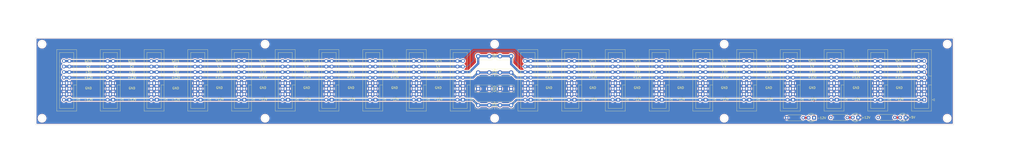
<source format=kicad_pcb>
(kicad_pcb (version 20221018) (generator pcbnew)
  (layers (0 "F.Cu" signal) (31 "B.Cu" signal) (34 "B.Paste" user) (35 "F.Paste" user) (36 "B.SilkS" user "B.Silkscreen") (37 "F.SilkS" user "F.Silkscreen") (38 "B.Mask" user) (39 "F.Mask" user) (44 "Edge.Cuts" user))
  (net 0 "")
  (net 1 "GND")
  (net 2 "Net-(D1-A)")
  (net 3 "Net-(D2-A)")
  (net 4 "-12V")
  (net 5 "Net-(D3-A)")
  (net 6 "+12V")
  (net 7 "+5V")
  (net 8 "CV")
  (net 9 "GATE")
  (footprint "Connector_IDC:IDC-Header_2x08_P2.54mm_Vertical" (layer "F.Cu") (at 225.72 209.44 180)
    (fp_text reference "J15" hide)
    (fp_text value "Conn_02x08_Odd_Even")
  )
  (footprint "Connector_IDC:IDC-Header_2x08_P2.54mm_Vertical" (layer "F.Cu") (at 125.72 209.44 180)
    (fp_text reference "J20" hide)
    (fp_text value "Conn_02x08_Odd_Even")
  )
  (footprint "Connector_IDC:IDC-Header_2x08_P2.54mm_Vertical" (layer "F.Cu") (at 165.72 209.44 180)
    (fp_text reference "J18" hide)
    (fp_text value "Conn_02x08_Odd_Even")
  )
  (footprint "AlexCustom:SPADE" (layer "F.Cu") (at 305.22 196.94 90)
    (fp_text reference "J21" hide)
    (fp_text value "Conn_01x01")
  )
  (footprint "LED_THT:LED_D3.0mm" (layer "F.Cu") (at 446.335 217.69 180)
    (fp_text reference "D3" hide)
    (fp_text value "LED")
  )
  (footprint "AlexCustom:SPADE" (layer "F.Cu") (at 305.22 204.44 90)
    (fp_text reference "J22" hide)
    (fp_text value "Conn_01x01")
  )
  (footprint "Connector_IDC:IDC-Header_2x08_P2.54mm_Vertical" (layer "F.Cu") (at 245.72 209.44 180)
    (fp_text reference "J14" hide)
    (fp_text value "Conn_02x08_Odd_Even")
  )
  (footprint "Connector_IDC:IDC-Header_2x08_P2.54mm_Vertical" (layer "F.Cu") (at 416.72 209.44 180)
    (fp_text reference "J6" hide)
    (fp_text value "Conn_02x08_Odd_Even")
  )
  (footprint "Connector_IDC:IDC-Header_2x08_P2.54mm_Vertical" (layer "F.Cu") (at 376.72 209.44 180)
    (fp_text reference "J8" hide)
    (fp_text value "Conn_02x08_Odd_Even")
  )
  (footprint "Connector_IDC:IDC-Header_2x08_P2.54mm_Vertical" (layer "F.Cu") (at 476.72 209.44 180)
    (fp_text reference "J3" hide)
    (fp_text value "Conn_02x08_Odd_Even")
  )
  (footprint "AlexCustom:SPADE" (layer "F.Cu") (at 295.22 189.44 90)
    (fp_text reference "J32" hide)
    (fp_text value "Conn_01x01")
  )
  (footprint "Connector_IDC:IDC-Header_2x08_P2.54mm_Vertical" (layer "F.Cu") (at 145.72 209.44 180)
    (fp_text reference "J19" hide)
    (fp_text value "Conn_02x08_Odd_Even")
  )
  (footprint "Connector_IDC:IDC-Header_2x08_P2.54mm_Vertical" (layer "F.Cu") (at 285.72 209.44 180)
    (fp_text reference "J12" hide)
    (fp_text value "Conn_02x08_Odd_Even")
  )
  (footprint "LED_THT:LED_D3.0mm" (layer "F.Cu") (at 488.245 217.59 180)
    (fp_text reference "D2" hide)
    (fp_text value "LED")
  )
  (footprint "LED_THT:LED_D3.0mm" (layer "F.Cu") (at 466.535 217.59 180)
    (fp_text reference "D1" hide)
    (fp_text value "LED")
  )
  (footprint "AlexCustom:SPADE" (layer "F.Cu") (at 295.22 196.94 90)
    (fp_text reference "J31" hide)
    (fp_text value "Conn_01x01")
  )
  (footprint "Connector_IDC:IDC-Header_2x08_P2.54mm_Vertical" (layer "F.Cu") (at 396.72 209.44 180)
    (fp_text reference "J7" hide)
    (fp_text value "Conn_02x08_Odd_Even")
  )
  (footprint "Connector_IDC:IDC-Header_2x08_P2.54mm_Vertical" (layer "F.Cu") (at 336.72 209.44 180)
    (fp_text reference "J10" hide)
    (fp_text value "Conn_02x08_Odd_Even")
  )
  (footprint "Connector_IDC:IDC-Header_2x08_P2.54mm_Vertical" (layer "F.Cu") (at 436.72 209.44 180)
    (fp_text reference "J5" hide)
    (fp_text value "Conn_02x08_Odd_Even")
  )
  (footprint "Connector_IDC:IDC-Header_2x08_P2.54mm_Vertical" (layer "F.Cu") (at 205.72 209.44 180)
    (fp_text reference "J16" hide)
    (fp_text value "Conn_02x08_Odd_Even")
  )
  (footprint "Connector_IDC:IDC-Header_2x08_P2.54mm_Vertical" (layer "F.Cu") (at 265.72 209.44 180)
    (fp_text reference "J13" hide)
    (fp_text value "Conn_02x08_Odd_Even")
  )
  (footprint "Resistor_THT:R_Axial_DIN0207_L6.3mm_D2.5mm_P7.62mm_Horizontal" (layer "F.Cu") (at 475.66 217.59)
    (fp_text reference "R2" hide)
    (fp_text value "2.2k")
  )
  (footprint "Resistor_THT:R_Axial_DIN0207_L6.3mm_D2.5mm_P7.62mm_Horizontal" (layer "F.Cu") (at 433.76 217.69)
    (fp_text reference "R3" hide)
    (fp_text value "4.7k")
  )
  (footprint "AlexCustom:SPADE" (layer "F.Cu") (at 295.22 204.44 90)
    (fp_text reference "J28" hide)
    (fp_text value "Conn_01x01")
  )
  (footprint "Connector_IDC:IDC-Header_2x08_P2.54mm_Vertical" (layer "F.Cu") (at 456.72 209.44 180)
    (fp_text reference "J4" hide)
    (fp_text value "Conn_02x08_Odd_Even")
  )
  (footprint "Connector_IDC:IDC-Header_2x08_P2.54mm_Vertical" (layer "F.Cu") (at 105.72 209.44 180)
    (fp_text reference "J1" hide)
    (fp_text value "Conn_02x08_Odd_Even")
  )
  (footprint "AlexCustom:SPADE" (layer "F.Cu") (at 305.22 211.94 90)
    (fp_text reference "J26" hide)
    (fp_text value "Conn_01x01")
  )
  (footprint "AlexCustom:SPADE" (layer "F.Cu") (at 295.22 211.94 90)
    (fp_text reference "J27" hide)
    (fp_text value "Conn_01x01")
  )
  (footprint "Connector_IDC:IDC-Header_2x08_P2.54mm_Vertical" (layer "F.Cu") (at 496.72 209.44 180)
    (fp_text reference "J2" hide)
    (fp_text value "Conn_02x08_Odd_Even")
  )
  (footprint "Connector_IDC:IDC-Header_2x08_P2.54mm_Vertical" (layer "F.Cu") (at 356.72 209.44 180)
    (fp_text reference "J9" hide)
    (fp_text value "Conn_02x08_Odd_Even")
  )
  (footprint "AlexCustom:SPADE" (layer "F.Cu") (at 305.22 189.44 90)
    (fp_text reference "J23" hide)
    (fp_text value "Conn_01x01")
  )
  (footprint "Resistor_THT:R_Axial_DIN0207_L6.3mm_D2.5mm_P7.62mm_Horizontal" (layer "F.Cu") (at 453.95 217.59)
    (fp_text reference "R1" hide)
    (fp_text value "4.7k")
  )
  (footprint "Connector_IDC:IDC-Header_2x08_P2.54mm_Vertical" (layer "F.Cu") (at 185.72 209.44 180)
    (fp_text reference "J17" hide)
    (fp_text value "Conn_02x08_Odd_Even")
  )
  (footprint "Connector_IDC:IDC-Header_2x08_P2.54mm_Vertical" (layer "F.Cu") (at 316.72 209.44 180)
    (fp_text reference "J11" hide)
    (fp_text value "Conn_02x08_Odd_Even")
  )
  (gr_circle (center 507.22 217.94) (end 508.77 217.94) (stroke (width 0.1)) (fill none) (layer "Edge.Cuts"))
  (gr_circle (center 300.22 183.94) (end 301.77 183.94) (stroke (width 0.1)) (fill none) (layer "Edge.Cuts"))
  (gr_circle (center 195.22 183.94) (end 196.77 183.94) (stroke (width 0.1)) (fill none) (layer "Edge.Cuts"))
  (gr_circle (center 507.22 183.94) (end 508.77 183.94) (stroke (width 0.1)) (fill none) (layer "Edge.Cuts"))
  (gr_circle (center 405.22 183.94) (end 406.77 183.94) (stroke (width 0.1)) (fill none) (layer "Edge.Cuts"))
  (gr_circle (center 405.22 217.94) (end 406.77 217.94) (stroke (width 0.1)) (fill none) (layer "Edge.Cuts"))
  (gr_circle (center 195.22 217.94) (end 196.77 217.94) (stroke (width 0.1)) (fill none) (layer "Edge.Cuts"))
  (gr_rect (start 90.22 180.94) (end 510.22 220.94) (stroke (width 0.1)) (fill none) (layer "Edge.Cuts"))
  (gr_circle (center 93.22 183.94) (end 94.77 183.94) (stroke (width 0.1)) (fill none) (layer "Edge.Cuts"))
  (gr_circle (center 300.22 217.94) (end 301.77 217.94) (stroke (width 0.1)) (fill none) (layer "Edge.Cuts"))
  (gr_circle (center 93.22 217.94) (end 94.77 217.94) (stroke (width 0.1)) (fill none) (layer "Edge.Cuts"))
  (gr_text "CV" (at 214.245 194.62) (layer "F.SilkS") (effects (font (size 1 1)) (justify bottom)))
  (gr_text "+5V" (at 234.545 197.12) (layer "F.SilkS") (effects (font (size 1 1)) (justify bottom)))
  (gr_text "+5V" (at 114.445 197.32) (layer "F.SilkS") (effects (font (size 1 1)) (justify bottom)))
  (gr_text "GATE" (at 114.445 192.22) (layer "F.SilkS") (effects (font (size 1 1)) (justify bottom)))
  (gr_text "CV" (at 154.345 194.82) (layer "F.SilkS") (effects (font (size 1 1)) (justify bottom)))
  (gr_text "CV" (at 134.345 194.82) (layer "F.SilkS") (effects (font (size 1 1)) (justify bottom)))
  (gr_text "-12V" (at 365.395 209.82) (layer "F.SilkS") (effects (font (size 1 1)) (justify bottom)))
  (gr_text "+5V" (at 465.495 197.12) (layer "F.SilkS") (effects (font (size 1 1)) (justify bottom)))
  (gr_text "GATE" (at 465.495 192.02) (layer "F.SilkS") (effects (font (size 1 1)) (justify bottom)))
  (gr_text "-12V" (at 114.445 210.02) (layer "F.SilkS") (effects (font (size 1 1)) (justify bottom)))
  (gr_text "GND" (at 405.295 204.52) (layer "F.SilkS") (effects (font (size 1 1)) (justify bottom)))
  (gr_text "GND" (at 300.82 204.415 90) (layer "F.SilkS") (effects (font (size 1 1)) (justify bottom)))
  (gr_text "GATE" (at 425.595 192.02) (layer "F.SilkS") (effects (font (size 1 1)) (justify bottom)))
  (gr_text "CV" (at 485.295 194.62) (layer "F.SilkS") (effects (font (size 1 1)) (justify bottom)))
  (gr_text "GND" (at 154.345 204.72) (layer "F.SilkS") (effects (font (size 1 1)) (justify bottom)))
  (gr_text "+12V" (at 274.445 199.62) (layer "F.SilkS") (effects (font (size 1 1)) (justify bottom)))
  (gr_text "CV" (at 174.345 194.62) (layer "F.SilkS") (effects (font (size 1 1)) (justify bottom)))
  (gr_text "-12V" (at 154.345 210.02) (layer "F.SilkS") (effects (font (size 1 1)) (justify bottom)))
  (gr_text "GATE" (at 445.495 192.02) (layer "F.SilkS") (effects (font (size 1 1)) (justify bottom)))
  (gr_text "CV" (at 234.545 194.62) (layer "F.SilkS") (effects (font (size 1 1)) (justify bottom)))
  (gr_text "+12V" (at 300.845 197.015 90) (layer "F.SilkS") (effects (font (size 1 1)) (justify bottom)))
  (gr_text "GND" (at 325.095 204.52) (layer "F.SilkS") (effects (font (size 1 1)) (justify bottom)))
  (gr_text "+12V" (at 385.295 199.62) (layer "F.SilkS") (effects (font (size 1 1)) (justify bottom)))
  (gr_text "GATE" (at 345.095 192.02) (layer "F.SilkS") (effects (font (size 1 1)) (justify bottom)))
  (gr_text "GND" (at 485.295 204.52) (layer "F.SilkS") (effects (font (size 1 1)) (justify bottom)))
  (gr_text "GND" (at 234.545 204.52) (layer "F.SilkS") (effects (font (size 1 1)) (justify bottom)))
  (gr_text "CV" (at 385.295 194.62) (layer "F.SilkS") (effects (font (size 1 1)) (justify bottom)))
  (gr_text "GND" (at 425.595 204.52) (layer "F.SilkS") (effects (font (size 1 1)) (justify bottom)))
  (gr_text "+12V" (at 114.445 199.82) (layer "F.SilkS") (effects (font (size 1 1)) (justify bottom)))
  (gr_text "CV" (at 445.495 194.62) (layer "F.SilkS") (effects (font (size 1 1)) (justify bottom)))
  (gr_text "+12V" (at 174.345 199.62) (layer "F.SilkS") (effects (font (size 1 1)) (justify bottom)))
  (gr_text "GND" (at 174.345 204.52) (layer "F.SilkS") (effects (font (size 1 1)) (justify bottom)))
  (gr_text "-12V" (at 134.345 210.02) (layer "F.SilkS") (effects (font (size 1 1)) (justify bottom)))
  (gr_text "+5V" (at 174.345 197.12) (layer "F.SilkS") (effects (font (size 1 1)) (justify bottom)))
  (gr_text "+5V" (at 194.245 197.12) (layer "F.SilkS") (effects (font (size 1 1)) (justify bottom)))
  (gr_text "GND" (at 194.245 204.52) (layer "F.SilkS") (effects (font (size 1 1)) (justify bottom)))
  (gr_text "+5V" (at 154.345 197.32) (layer "F.SilkS") (effects (font (size 1 1)) (justify bottom)))
  (gr_text "GATE" (at 385.295 192.02) (layer "F.SilkS") (effects (font (size 1 1)) (justify bottom)))
  (gr_text "-12V" (at 174.345 209.82) (layer "F.SilkS") (effects (font (size 1 1)) (justify bottom)))
  (gr_text "GND" (at 134.345 204.72) (layer "F.SilkS") (effects (font (size 1 1)) (justify bottom)))
  (gr_text "+12V" (at 234.545 199.62) (layer "F.SilkS") (effects (font (size 1 1)) (justify bottom)))
  (gr_text "+12V" (at 445.495 199.62) (layer "F.SilkS") (effects (font (size 1 1)) (justify bottom)))
  (gr_text "GND" (at 214.245 204.52) (layer "F.SilkS") (effects (font (size 1 1)) (justify bottom)))
  (gr_text "+12V" (at 470.06 218.19) (layer "F.SilkS") (effects (font (size 1 1)) (justify bottom)))
  (gr_text "CV" (at 465.495 194.62) (layer "F.SilkS") (effects (font (size 1 1)) (justify bottom)))
  (gr_text "GATE" (at 214.245 192.02) (layer "F.SilkS") (effects (font (size 1 1)) (justify bottom)))
  (gr_text "+5V" (at 425.595 197.12) (layer "F.SilkS") (effects (font (size 1 1)) (justify bottom)))
  (gr_text "CV" (at 345.095 194.62) (layer "F.SilkS") (effects (font (size 1 1)) (justify bottom)))
  (gr_text "-12V" (at 194.245 209.82) (layer "F.SilkS") (effects (font (size 1 1)) (justify bottom)))
  (gr_text "GATE" (at 234.545 192.02) (layer "F.SilkS") (effects (font (size 1 1)) (justify bottom)))
  (gr_text "GATE" (at 274.445 192.02) (layer "F.SilkS") (effects (font (size 1 1)) (justify bottom)))
  (gr_text "-12V" (at 449.77 218.39) (layer "F.SilkS") (effects (font (size 1 1)) (justify bottom)))
  (gr_text "-12V" (at 325.095 209.82) (layer "F.SilkS") (effects (font (size 1 1)) (justify bottom)))
  (gr_text "+12V" (at 134.345 199.82) (layer "F.SilkS") (effects (font (size 1 1)) (justify bottom)))
  (gr_text "CV" (at 405.295 194.62) (layer "F.SilkS") (effects (font (size 1 1)) (justify bottom)))
  (gr_text "-12V" (at 254.445 209.82) (layer "F.SilkS") (effects (font (size 1 1)) (justify bottom)))
  (gr_text "+5V" (at 345.095 197.12) (layer "F.SilkS") (effects (font (size 1 1)) (justify bottom)))
  (gr_text "CV" (at 325.095 194.62) (layer "F.SilkS") (effects (font (size 1 1)) (justify bottom)))
  (gr_text "GATE" (at 365.395 192.02) (layer "F.SilkS") (effects (font (size 1 1)) (justify bottom)))
  (gr_text "+12V" (at 485.295 199.62) (layer "F.SilkS") (effects (font (size 1 1)) (justify bottom)))
  (gr_text "-12V" (at 214.245 209.82) (layer "F.SilkS") (effects (font (size 1 1)) (justify bottom)))
  (gr_text "GND" (at 465.495 204.52) (layer "F.SilkS") (effects (font (size 1 1)) (justify bottom)))
  (gr_text "-12V" (at 465.495 209.82) (layer "F.SilkS") (effects (font (size 1 1)) (justify bottom)))
  (gr_text "GATE" (at 485.295 192.02) (layer "F.SilkS") (effects (font (size 1 1)) (justify bottom)))
  (gr_text "+5V" (at 254.445 197.12) (layer "F.SilkS") (effects (font (size 1 1)) (justify bottom)))
  (gr_text "+5V" (at 445.495 197.12) (layer "F.SilkS") (effects (font (size 1 1)) (justify bottom)))
  (gr_text "GND" (at 254.445 204.52) (layer "F.SilkS") (effects (font (size 1 1)) (justify bottom)))
  (gr_text "CV" (at 114.445 194.82) (layer "F.SilkS") (effects (font (size 1 1)) (justify bottom)))
  (gr_text "+5V" (at 134.345 197.32) (layer "F.SilkS") (effects (font (size 1 1)) (justify bottom)))
  (gr_text "GND" (at 114.445 204.72) (layer "F.SilkS") (effects (font (size 1 1)) (justify bottom)))
  (gr_text "+12V" (at 465.495 199.62) (layer "F.SilkS") (effects (font (size 1 1)) (justify bottom)))
  (gr_text "GATE" (at 405.295 192.02) (layer "F.SilkS") (effects (font (size 1 1)) (justify bottom)))
  (gr_text "-12V" (at 234.545 209.82) (layer "F.SilkS") (effects (font (size 1 1)) (justify bottom)))
  (gr_text "GATE" (at 194.245 192.02) (layer "F.SilkS") (effects (font (size 1 1)) (justify bottom)))
  (gr_text "+5V" (at 300.795 189.465 90) (layer "F.SilkS") (effects (font (size 1 1)) (justify bottom)))
  (gr_text "GATE" (at 154.345 192.22) (layer "F.SilkS") (effects (font (size 1 1)) (justify bottom)))
  (gr_text "+5V" (at 214.245 197.12) (layer "F.SilkS") (effects (font (size 1 1)) (justify bottom)))
  (gr_text "+5V" (at 365.395 197.12) (layer "F.SilkS") (effects (font (size 1 1)) (justify bottom)))
  (gr_text "CV" (at 425.595 194.62) (layer "F.SilkS") (effects (font (size 1 1)) (justify bottom)))
  (gr_text "+12V" (at 194.245 199.62) (layer "F.SilkS") (effects (font (size 1 1)) (justify bottom)))
  (gr_text "-12V" (at 485.295 209.82) (layer "F.SilkS") (effects (font (size 1 1)) (justify bottom)))
  (gr_text "GATE" (at 174.345 192.02) (layer "F.SilkS") (effects (font (size 1 1)) (justify bottom)))
  (gr_text "-12V" (at 445.495 209.82) (layer "F.SilkS") (effects (font (size 1 1)) (justify bottom)))
  (gr_text "+12V" (at 325.095 199.62) (layer "F.SilkS") (effects (font (size 1 1)) (justify bottom)))
  (gr_text "+5V" (at 385.295 197.12) (layer "F.SilkS") (effects (font (size 1 1)) (justify bottom)))
  (gr_text "-12V" (at 345.095 209.82) (layer "F.SilkS") (effects (font (size 1 1)) (justify bottom)))
  (gr_text "+5V" (at 274.445 197.12) (layer "F.SilkS") (effects (font (size 1 1)) (justify bottom)))
  (gr_text "+12V" (at 154.345 199.82) (layer "F.SilkS") (effects (font (size 1 1)) (justify bottom)))
  (gr_text "GND" (at 274.445 204.52) (layer "F.SilkS") (effects (font (size 1 1)) (justify bottom)))
  (gr_text "-12V" (at 274.445 209.82) (layer "F.SilkS") (effects (font (size 1 1)) (justify bottom)))
  (gr_text "-12V" (at 385.295 209.82) (layer "F.SilkS") (effects (font (size 1 1)) (justify bottom)))
  (gr_text "+5V" (at 491.07 218.09) (layer "F.SilkS") (effects (font (size 1 1)) (justify bottom)))
  (gr_text "CV" (at 274.445 194.62) (layer "F.SilkS") (effects (font (size 1 1)) (justify bottom)))
  (gr_text "+5V" (at 485.295 197.12) (layer "F.SilkS") (effects (font (size 1 1)) (justify bottom)))
  (gr_text "+12V" (at 425.595 199.62) (layer "F.SilkS") (effects (font (size 1 1)) (justify bottom)))
  (gr_text "-12V" (at 405.295 209.82) (layer "F.SilkS") (effects (font (size 1 1)) (justify bottom)))
  (gr_text "CV" (at 254.445 194.62) (layer "F.SilkS") (effects (font (size 1 1)) (justify bottom)))
  (gr_text "CV" (at 365.395 194.62) (layer "F.SilkS") (effects (font (size 1 1)) (justify bottom)))
  (gr_text "GND" (at 385.295 204.52) (layer "F.SilkS") (effects (font (size 1 1)) (justify bottom)))
  (gr_text "+5V" (at 325.095 197.12) (layer "F.SilkS") (effects (font (size 1 1)) (justify bottom)))
  (gr_text "GND" (at 445.495 204.52) (layer "F.SilkS") (effects (font (size 1 1)) (justify bottom)))
  (gr_text "+12V" (at 214.245 199.62) (layer "F.SilkS") (effects (font (size 1 1)) (justify bottom)))
  (gr_text "GND" (at 365.395 204.52) (layer "F.SilkS") (effects (font (size 1 1)) (justify bottom)))
  (gr_text "+12V" (at 345.095 199.62) (layer "F.SilkS") (effects (font (size 1 1)) (justify bottom)))
  (gr_text "+5V" (at 405.295 197.12) (layer "F.SilkS") (effects (font (size 1 1)) (justify bottom)))
  (gr_text "GND" (at 345.095 204.52) (layer "F.SilkS") (effects (font (size 1 1)) (justify bottom)))
  (gr_text "+12V" (at 405.295 199.62) (layer "F.SilkS") (effects (font (size 1 1)) (justify bottom)))
  (gr_text "CV" (at 194.245 194.62) (layer "F.SilkS") (effects (font (size 1 1)) (justify bottom)))
  (gr_text "-12V" (at 425.595 209.82) (layer "F.SilkS") (effects (font (size 1 1)) (justify bottom)))
  (gr_text "GATE" (at 325.095 192.02) (layer "F.SilkS") (effects (font (size 1 1)) (justify bottom)))
  (gr_text "+12V" (at 365.395 199.62) (layer "F.SilkS") (effects (font (size 1 1)) (justify bottom)))
  (gr_text "GATE" (at 134.345 192.22) (layer "F.SilkS") (effects (font (size 1 1)) (justify bottom)))
  (gr_text "GATE" (at 254.445 192.02) (layer "F.SilkS") (effects (font (size 1 1)) (justify bottom)))
  (gr_text "-12V" (at 300.795 212.09 90) (layer "F.SilkS") (effects (font (size 1 1)) (justify bottom)))
  (gr_text "+12V" (at 254.445 199.62) (layer "F.SilkS") (effects (font (size 1 1)) (justify bottom)))
  (segment (start 463.995 217.59) (end 461.57 217.59) (width 1) (layer "F.Cu") (net 2))
  (segment (start 485.705 217.59) (end 483.28 217.59) (width 1) (layer "F.Cu") (net 3))
  (segment (start 446.37 209.44) (end 496.72 209.44) (width 1) (layer "F.Cu") (net 4))
  (segment (start 446.335 217.69) (end 446.335 209.475) (width 0.25) (layer "F.Cu") (net 4))
  (segment (start 292.68 211.94) (end 307.76 211.94) (width 1) (layer "F.Cu") (net 4))
  (segment (start 314.18 209.44) (end 310.26 209.44) (width 1) (layer "F.Cu") (net 4))
  (segment (start 310.26 209.44) (end 307.76 211.94) (width 1) (layer "F.Cu") (net 4))
  (segment (start 103.18 209.44) (end 285.72 209.44) (width 1) (layer "F.Cu") (net 4))
  (segment (start 290.18 209.44) (end 292.68 211.94) (width 1) (layer "F.Cu") (net 4))
  (segment (start 446.335 209.475) (end 446.37 209.44) (width 0.25) (layer "F.Cu") (net 4))
  (segment (start 285.72 209.44) (end 290.18 209.44) (width 1) (layer "F.Cu") (net 4))
  (segment (start 314.18 209.44) (end 446.37 209.44) (width 1) (layer "F.Cu") (net 4))
  (segment (start 314.18 209.44) (end 310.26 209.44) (width 1) (layer "B.Cu") (net 4))
  (segment (start 496.72 209.44) (end 314.18 209.44) (width 1) (layer "B.Cu") (net 4))
  (segment (start 290.18 209.44) (end 292.68 211.94) (width 1) (layer "B.Cu") (net 4))
  (segment (start 310.26 209.44) (end 307.76 211.94) (width 1) (layer "B.Cu") (net 4))
  (segment (start 285.72 209.44) (end 103.18 209.44) (width 1) (layer "B.Cu") (net 4))
  (segment (start 285.72 209.44) (end 290.18 209.44) (width 1) (layer "B.Cu") (net 4))
  (segment (start 307.76 211.94) (end 292.68 211.94) (width 1) (layer "B.Cu") (net 4))
  (segment (start 443.795 217.69) (end 441.38 217.69) (width 1) (layer "F.Cu") (net 5))
  (segment (start 496.785 199.28) (end 496.72 199.28) (width 0.25) (layer "F.Cu") (net 6))
  (segment (start 285.72 199.28) (end 103.18 199.28) (width 1) (layer "F.Cu") (net 6))
  (segment (start 457.775 213.765) (end 497.595 213.765) (width 0.25) (layer "F.Cu") (net 6))
  (segment (start 310.1 199.28) (end 307.76 196.94) (width 1) (layer "F.Cu") (net 6))
  (segment (start 290.34 199.28) (end 285.72 199.28) (width 1) (layer "F.Cu") (net 6))
  (segment (start 499.345 212.015) (end 499.345 201.84) (width 0.25) (layer "F.Cu") (net 6))
  (segment (start 453.95 217.59) (end 457.775 213.765) (width 0.25) (layer "F.Cu") (net 6))
  (segment (start 496.72 199.28) (end 314.18 199.28) (width 1) (layer "F.Cu") (net 6))
  (segment (start 314.18 199.28) (end 310.1 199.28) (width 1) (layer "F.Cu") (net 6))
  (segment (start 292.68 196.94) (end 290.34 199.28) (width 1) (layer "F.Cu") (net 6))
  (segment (start 499.345 201.84) (end 496.785 199.28) (width 0.25) (layer "F.Cu") (net 6))
  (segment (start 497.595 213.765) (end 499.345 212.015) (width 0.25) (layer "F.Cu") (net 6))
  (segment (start 307.76 196.94) (end 292.68 196.94) (width 1) (layer "F.Cu") (net 6))
  (segment (start 285.72 199.28) (end 290.34 199.28) (width 1) (layer "B.Cu") (net 6))
  (segment (start 290.34 199.28) (end 292.68 196.94) (width 1) (layer "B.Cu") (net 6))
  (segment (start 314.18 199.28) (end 310.1 199.28) (width 1) (layer "B.Cu") (net 6))
  (segment (start 285.72 199.28) (end 103.18 199.28) (width 1) (layer "B.Cu") (net 6))
  (segment (start 310.1 199.28) (end 307.76 196.94) (width 1) (layer "B.Cu") (net 6))
  (segment (start 307.76 196.94) (end 292.68 196.94) (width 1) (layer "B.Cu") (net 6))
  (segment (start 496.72 199.28) (end 314.18 199.28) (width 1) (layer "B.Cu") (net 6))
  (segment (start 311.445 196.74) (end 314.18 196.74) (width 1) (layer "F.Cu") (net 7))
  (segment (start 500.195 200.065) (end 496.87 196.74) (width 0.25) (layer "F.Cu") (net 7))
  (segment (start 307.76 193.055) (end 311.445 196.74) (width 1) (layer "F.Cu") (net 7))
  (segment (start 500.195 212.215) (end 500.195 200.065) (width 0.25) (layer "F.Cu") (net 7))
  (segment (start 285.72 196.74) (end 288.77 196.74) (width 1) (layer "F.Cu") (net 7))
  (segment (start 475.66 217.59) (end 478.735 214.515) (width 0.25) (layer "F.Cu") (net 7))
  (segment (start 103.18 196.74) (end 285.72 196.74) (width 1) (layer "F.Cu") (net 7))
  (segment (start 288.77 196.74) (end 292.68 192.83) (width 1) (layer "F.Cu") (net 7))
  (segment (start 292.68 189.44) (end 307.76 189.44) (width 1) (layer "F.Cu") (net 7))
  (segment (start 292.68 192.83) (end 292.68 189.44) (width 1) (layer "F.Cu") (net 7))
  (segment (start 496.87 196.74) (end 496.72 196.74) (width 0.25) (layer "F.Cu") (net 7))
  (segment (start 307.76 189.44) (end 307.76 193.055) (width 1) (layer "F.Cu") (net 7))
  (segment (start 314.18 196.74) (end 496.72 196.74) (width 1) (layer "F.Cu") (net 7))
  (segment (start 478.735 214.515) (end 497.895 214.515) (width 0.25) (layer "F.Cu") (net 7))
  (segment (start 497.895 214.515) (end 500.195 212.215) (width 0.25) (layer "F.Cu") (net 7))
  (segment (start 285.72 196.74) (end 288.795 196.74) (width 1) (layer "B.Cu") (net 7))
  (segment (start 103.18 196.74) (end 285.72 196.74) (width 1) (layer "B.Cu") (net 7))
  (segment (start 307.76 189.44) (end 307.76 193.055) (width 1) (layer "B.Cu") (net 7))
  (segment (start 314.18 196.74) (end 496.72 196.74) (width 1) (layer "B.Cu") (net 7))
  (segment (start 288.795 196.74) (end 292.68 192.855) (width 1) (layer "B.Cu") (net 7))
  (segment (start 292.68 192.855) (end 292.68 189.44) (width 1) (layer "B.Cu") (net 7))
  (segment (start 307.76 193.055) (end 311.445 196.74) (width 1) (layer "B.Cu") (net 7))
  (segment (start 292.68 189.44) (end 307.76 189.44) (width 1) (layer "B.Cu") (net 7))
  (segment (start 311.445 196.74) (end 314.18 196.74) (width 1) (layer "B.Cu") (net 7))
  (segment (start 123.18 194.2) (end 103.18 194.2) (width 1) (layer "F.Cu") (net 8))
  (segment (start 496.72 194.2) (end 314.18 194.2) (width 1) (layer "F.Cu") (net 8))
  (segment (start 123.18 194.2) (end 285.72 194.2) (width 1) (layer "F.Cu") (net 8))
  (segment (start 496.72 194.2) (end 314.18 194.2) (width 1) (layer "B.Cu") (net 8))
  (segment (start 290.42 191.59) (end 290.42 188.69) (width 0.25) (layer "B.Cu") (net 8))
  (segment (start 103.18 194.2) (end 285.72 194.2) (width 1) (layer "B.Cu") (net 8))
  (segment (start 309.795 191.615) (end 312.38 194.2) (width 0.25) (layer "B.Cu") (net 8))
  (segment (start 308.495 187.29) (end 309.795 188.59) (width 0.25) (layer "B.Cu") (net 8))
  (segment (start 291.82 187.29) (end 308.495 187.29) (width 0.25) (layer "B.Cu") (net 8))
  (segment (start 287.81 194.2) (end 290.42 191.59) (width 0.25) (layer "B.Cu") (net 8))
  (segment (start 312.38 194.2) (end 314.18 194.2) (width 0.25) (layer "B.Cu") (net 8))
  (segment (start 309.795 188.59) (end 309.795 191.615) (width 0.25) (layer "B.Cu") (net 8))
  (segment (start 285.72 194.2) (end 287.81 194.2) (width 0.25) (layer "B.Cu") (net 8))
  (segment (start 290.42 188.69) (end 291.82 187.29) (width 0.25) (layer "B.Cu") (net 8))
  (segment (start 103.18 191.66) (end 283.18 191.66) (width 1) (layer "F.Cu") (net 9))
  (segment (start 283.18 191.66) (end 285.72 191.66) (width 1) (layer "F.Cu") (net 9))
  (segment (start 314.18 191.66) (end 496.72 191.66) (width 1) (layer "F.Cu") (net 9))
  (segment (start 496.72 191.66) (end 314.18 191.66) (width 1) (layer "B.Cu") (net 9))
  (segment (start 285.72 191.66) (end 290.615 186.765) (width 0.25) (layer "B.Cu") (net 9))
  (segment (start 290.615 186.765) (end 309.285 186.765) (width 0.25) (layer "B.Cu") (net 9))
  (segment (start 309.285 186.765) (end 314.18 191.66) (width 0.25) (layer "B.Cu") (net 9))
  (segment (start 103.18 191.66) (end 285.72 191.66) (width 1) (layer "B.Cu") (net 9))
  (zone (net 1) (net_name "GND") (layers "F&B.Cu") (connect_pads (clearance 0.5)) (min_thickness 0.25) (fill yes (thermal_gap 0.5) (thermal_bridge_width 0.5))
    (polygon (pts (xy 87.68 178.4) (xy 87.68 224.12) (xy 542.34 224.12) (xy 542.34 178.4)))
  )
)
</source>
